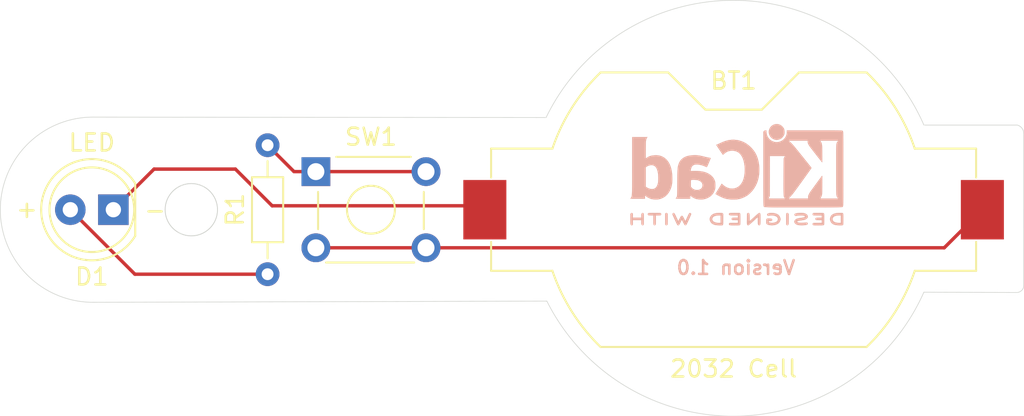
<source format=kicad_pcb>
(kicad_pcb (version 20240108) (generator "pcbnew") (generator_version "8.0")
  (title_block (title "LED Torch") (date "2025-01-06") (rev "1") (company "NS Electro"))
  (layers (0 "F.Cu" signal "Front") (1 "In1.Cu" signal) (2 "In2.Cu" signal) (31 "B.Cu" signal "Back") (34 "B.Paste" user) (35 "F.Paste" user) (36 "B.SilkS" user "B.Silkscreen") (37 "F.SilkS" user "F.Silkscreen") (38 "B.Mask" user) (39 "F.Mask" user) (44 "Edge.Cuts" user))
  (net 0 "")
  (net 1 "/LED_Cathode")
  (net 2 "Net-(BT1-+)")
  (net 3 "/LED_Anode")
  (net 4 "Net-(SW1A-A)")
  (footprint "Battery:BatteryHolder_Keystone_1058_1x2032" (layer "F.Cu") (at 164.77 103.1 180)
    (property "Reference" "BT1" (at 0 7.62 0) (layer "F.SilkS"))
    (property "Value" "2032 Cell" (at 0 -9.398 0) (layer "F.SilkS"))
    (pad "1" smd rect (at -14.68 0 180) (size 2.54 3.51) (layers "F.Cu" "F.Paste" "F.Mask") (net 2 "Net-(BT1-+)"))
    (pad "2" smd rect (at 14.68 0 180) (size 2.54 3.51) (layers "F.Cu" "F.Paste" "F.Mask") (net 1 "/LED_Cathode"))
  )
  (footprint "Button_Switch_THT:SW_TH_Tactile_Omron_B3F-10xx" (layer "F.Cu") (at 140.12 100.85)
    (property "Reference" "SW1" (at 3.25 -2.05 0) (layer "F.SilkS"))
    (property "Value" "SW_DPST_x2")
    (pad "1" thru_hole rect (at 0 0) (size 1.7 1.7) (drill 1) (layers "*.Cu" "*.Mask") (net 4 "Net-(SW1A-A)"))
    (pad "1" thru_hole circle (at 6.5 0) (size 1.7 1.7) (drill 1) (layers "*.Cu" "*.Mask") (net 4 "Net-(SW1A-A)"))
    (pad "2" thru_hole circle (at 0 4.5) (size 1.7 1.7) (drill 1) (layers "*.Cu" "*.Mask") (net 2 "Net-(BT1-+)"))
    (pad "2" thru_hole circle (at 6.5 4.5) (size 1.7 1.7) (drill 1) (layers "*.Cu" "*.Mask") (net 2 "Net-(BT1-+)"))
  )
  (footprint "LED_THT:LED_D5.0mm" (layer "F.Cu") (at 128.17 103.1 180)
    (property "Reference" "D1" (at 1.27 -3.96 0) (layer "F.SilkS"))
    (property "Value" "LED" (at 1.27 3.96 0) (layer "F.SilkS"))
    (pad "1" thru_hole rect (at 0 0 180) (size 1.8 1.8) (drill 0.9) (layers "*.Cu" "*.Mask") (net 1 "/LED_Cathode"))
    (pad "2" thru_hole circle (at 2.54 0 180) (size 1.8 1.8) (drill 0.9) (layers "*.Cu" "*.Mask") (net 3 "/LED_Anode"))
  )
  (footprint "Resistor_THT:R_Axial_DIN0204_L3.6mm_D1.6mm_P7.62mm_Horizontal" (layer "F.Cu") (at 137.27 106.91 90)
    (property "Reference" "R1" (at 3.81 -1.92 90) (layer "F.SilkS"))
    (property "Value" "R")
    (pad "1" thru_hole circle (at 0 0 90) (size 1.4 1.4) (drill 0.7) (layers "*.Cu" "*.Mask") (net 3 "/LED_Anode"))
    (pad "2" thru_hole oval (at 7.62 0 90) (size 1.4 1.4) (drill 0.7) (layers "*.Cu" "*.Mask") (net 4 "Net-(SW1A-A)"))
  )
  (footprint "Symbol:KiCad-Logo2_5mm_SilkScreen" (layer "B.Cu") (at 164.97 101.02 180)
    (property "Reference" "REF**" (hide yes))
    (property "Value" "KiCad-Logo2_5mm_SilkScreen" (hide yes))
  )
  (gr_circle (center 132.77 103.1) (end 134.315362 103.1) (stroke (width 0.05)) (fill none) (layer "Edge.Cuts"))
  (gr_line (start 176 98.1) (end 181.52 98.1) (stroke (width 0.0381)) (layer "Edge.Cuts"))
  (gr_arc (start 153.704012 97.655972) (mid 164.994326 90.731635) (end 175.999999 98.1) (stroke (width 0.0381)) (layer "Edge.Cuts"))
  (gr_arc (start 175.99764 107.973989) (mid 165.040695 115.294937) (end 153.750001 108.5) (stroke (width 0.0381)) (layer "Edge.Cuts"))
  (gr_line (start 126.97 97.629086) (end 153.704012 97.655972) (stroke (width 0.0381)) (layer "Edge.Cuts"))
  (gr_line (start 126.97 108.570914) (end 153.75 108.5) (stroke (width 0.0381)) (layer "Edge.Cuts"))
  (gr_line (start 181.890899 98.565882) (end 181.89 107.57) (stroke (width 0.0381)) (layer "Edge.Cuts"))
  (gr_line (start 181.52 107.99) (end 176 107.975033) (stroke (width 0.0381)) (layer "Edge.Cuts"))
  (gr_arc (start 181.889999 107.57) (mid 181.78709 107.851836) (end 181.519823 107.988183) (stroke (width 0.0381)) (layer "Edge.Cuts"))
  (gr_arc (start 126.97 108.570914) (mid 121.499086 103.1) (end 126.97 97.629086) (stroke (width 0.0381)) (layer "Edge.Cuts"))
  (gr_arc (start 181.52 98.1) (mid 181.778397 98.274866) (end 181.890899 98.565882) (stroke (width 0.0381)) (layer "Edge.Cuts"))
  (gr_text "Version 1.0" (at 168.49 107 0) (layer "B.SilkS") (effects (font (size 0.8128 0.8128) (thickness 0.1524) (bold yes)) (justify left bottom mirror)))
  (gr_text "-\n" (at 129.87 103.71 0) (layer "F.SilkS") (effects (font (size 1 1) (thickness 0.15) (italic yes)) (justify left bottom)))
  (gr_text "+\n" (at 122.35 103.65 0) (layer "F.SilkS") (effects (font (size 1 1)) (justify left bottom)))
  (segment (start 135.37 100.7) (end 137.538776 102.868776) (width 0.2) (layer "F.Cu") (net 1))
  (segment (start 130.57 100.7) (end 135.37 100.7) (width 0.2) (layer "F.Cu") (net 1))
  (segment (start 128.17 103.1) (end 130.57 100.7) (width 0.2) (layer "F.Cu") (net 1))
  (segment (start 137.538776 102.868776) (end 149.858776 102.868776) (width 0.2) (layer "F.Cu") (net 1))
  (segment (start 177.2 105.35) (end 179.45 103.1) (width 0.2) (layer "F.Cu") (net 2))
  (segment (start 140.12 105.35) (end 146.62 105.35) (width 0.2) (layer "F.Cu") (net 2))
  (segment (start 146.62 105.35) (end 177.2 105.35) (width 0.2) (layer "F.Cu") (net 2))
  (segment (start 129.44 106.91) (end 137.27 106.91) (width 0.2) (layer "F.Cu") (net 3))
  (segment (start 125.63 103.1) (end 129.44 106.91) (width 0.2) (layer "F.Cu") (net 3))
  (segment (start 140.12 100.85) (end 146.62 100.85) (width 0.2) (layer "F.Cu") (net 4))
  (segment (start 137.27 99.29) (end 138.83 100.85) (width 0.2) (layer "F.Cu") (net 4))
  (segment (start 138.83 100.85) (end 140.12 100.85) (width 0.2) (layer "F.Cu") (net 4))
)
</source>
